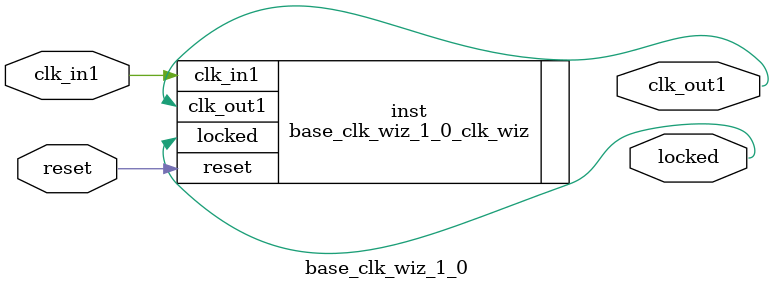
<source format=v>


`timescale 1ps/1ps

(* CORE_GENERATION_INFO = "base_clk_wiz_1_0,clk_wiz_v6_0_8_0_0,{component_name=base_clk_wiz_1_0,use_phase_alignment=true,use_min_o_jitter=true,use_max_i_jitter=false,use_dyn_phase_shift=false,use_inclk_switchover=false,use_dyn_reconfig=false,enable_axi=0,feedback_source=FDBK_AUTO,PRIMITIVE=MMCM,num_out_clk=1,clkin1_period=4.167,clkin2_period=10.0,use_power_down=false,use_reset=true,use_locked=true,use_inclk_stopped=false,feedback_type=SINGLE,CLOCK_MGR_TYPE=NA,manual_override=false}" *)

module base_clk_wiz_1_0 
 (
  // Clock out ports
  output        clk_out1,
  // Status and control signals
  input         reset,
  output        locked,
 // Clock in ports
  input         clk_in1
 );

  base_clk_wiz_1_0_clk_wiz inst
  (
  // Clock out ports  
  .clk_out1(clk_out1),
  // Status and control signals               
  .reset(reset), 
  .locked(locked),
 // Clock in ports
  .clk_in1(clk_in1)
  );

endmodule

</source>
